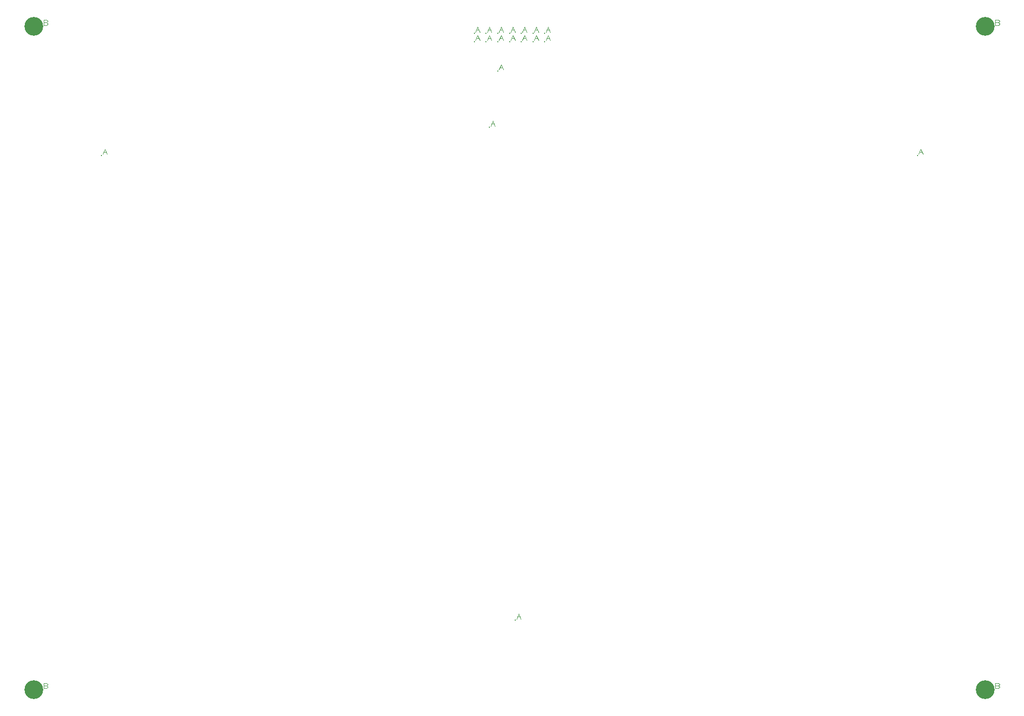
<source format=gbr>
G04 GENERATED BY PULSONIX 7.0 GERBER.DLL 4573*
%INHILLSTAR_140X90_EL_V1_0*%
%LNGERBER_DRILL*%
%FSLAX33Y33*%
%IPPOS*%
%LPD*%
%OFA0B0*%
%MOMM*%
%ADD15C,0.125*%
%ADD146C,0.250*%
%ADD698C,3.200*%
X0Y0D02*
D02*
D15*
X52593Y70674D02*
X52740Y70600D01*
X52813Y70453*
X52740Y70306*
X52593Y70233*
X52078*
Y71115*
X52593*
X52740Y71041*
X52813Y70894*
X52740Y70747*
X52593Y70674*
X52078*
X52593Y183674D02*
X52740Y183600D01*
X52813Y183453*
X52740Y183306*
X52593Y183233*
X52078*
Y184115*
X52593*
X52740Y184041*
X52813Y183894*
X52740Y183747*
X52593Y183674*
X52078*
X62153Y161233D02*
X62521Y162115D01*
X62888Y161233*
X62300Y161600D02*
X62741Y161600D01*
X125603Y180633D02*
X125971Y181515D01*
X126338Y180633*
X125750Y181000D02*
X126191Y181000D01*
X125603Y182033D02*
X125971Y182915D01*
X126338Y182033*
X125750Y182400D02*
X126191Y182400D01*
X127603Y180633D02*
X127971Y181515D01*
X128338Y180633*
X127750Y181000D02*
X128191Y181000D01*
X127603Y182033D02*
X127971Y182915D01*
X128338Y182033*
X127750Y182400D02*
X128191Y182400D01*
X128203Y166033D02*
X128571Y166915D01*
X128938Y166033*
X128350Y166400D02*
X128791Y166400D01*
X129603Y175633D02*
X129971Y176515D01*
X130338Y175633*
X129750Y176000D02*
X130191Y176000D01*
X129603Y180633D02*
X129971Y181515D01*
X130338Y180633*
X129750Y181000D02*
X130191Y181000D01*
X129603Y182033D02*
X129971Y182915D01*
X130338Y182033*
X129750Y182400D02*
X130191Y182400D01*
X131603Y180633D02*
X131971Y181515D01*
X132338Y180633*
X131750Y181000D02*
X132191Y181000D01*
X131603Y182033D02*
X131971Y182915D01*
X132338Y182033*
X131750Y182400D02*
X132191Y182400D01*
X132603Y82033D02*
X132971Y82915D01*
X133338Y82033*
X132750Y82400D02*
X133191Y82400D01*
X133603Y180633D02*
X133971Y181515D01*
X134338Y180633*
X133750Y181000D02*
X134191Y181000D01*
X133603Y182033D02*
X133971Y182915D01*
X134338Y182033*
X133750Y182400D02*
X134191Y182400D01*
X135603Y180633D02*
X135971Y181515D01*
X136338Y180633*
X135750Y181000D02*
X136191Y181000D01*
X135603Y182033D02*
X135971Y182915D01*
X136338Y182033*
X135750Y182400D02*
X136191Y182400D01*
X137603Y180633D02*
X137971Y181515D01*
X138338Y180633*
X137750Y181000D02*
X138191Y181000D01*
X137603Y182033D02*
X137971Y182915D01*
X138338Y182033*
X137750Y182400D02*
X138191Y182400D01*
X201053Y161233D02*
X201421Y162115D01*
X201788Y161233*
X201200Y161600D02*
X201641Y161600D01*
X214593Y70674D02*
X214740Y70600D01*
X214813Y70453*
X214740Y70306*
X214593Y70233*
X214078*
Y71115*
X214593*
X214740Y71041*
X214813Y70894*
X214740Y70747*
X214593Y70674*
X214078*
X214593Y183674D02*
X214740Y183600D01*
X214813Y183453*
X214740Y183306*
X214593Y183233*
X214078*
Y184115*
X214593*
X214740Y184041*
X214813Y183894*
X214740Y183747*
X214593Y183674*
X214078*
D02*
D146*
X61966Y161012D03*
X125416Y180412D03*
Y181812D03*
X127416Y180412D03*
Y181812D03*
X128016Y165812D03*
X129416Y175412D03*
Y180412D03*
Y181812D03*
X131416Y180412D03*
Y181812D03*
X132416Y81812D03*
X133416Y180412D03*
Y181812D03*
X135416Y180412D03*
Y181812D03*
X137416Y180412D03*
Y181812D03*
X200866Y161012D03*
D02*
D698*
X50416Y70012D03*
Y183012D03*
X212416Y70012D03*
Y183012D03*
X0Y0D02*
M02*

</source>
